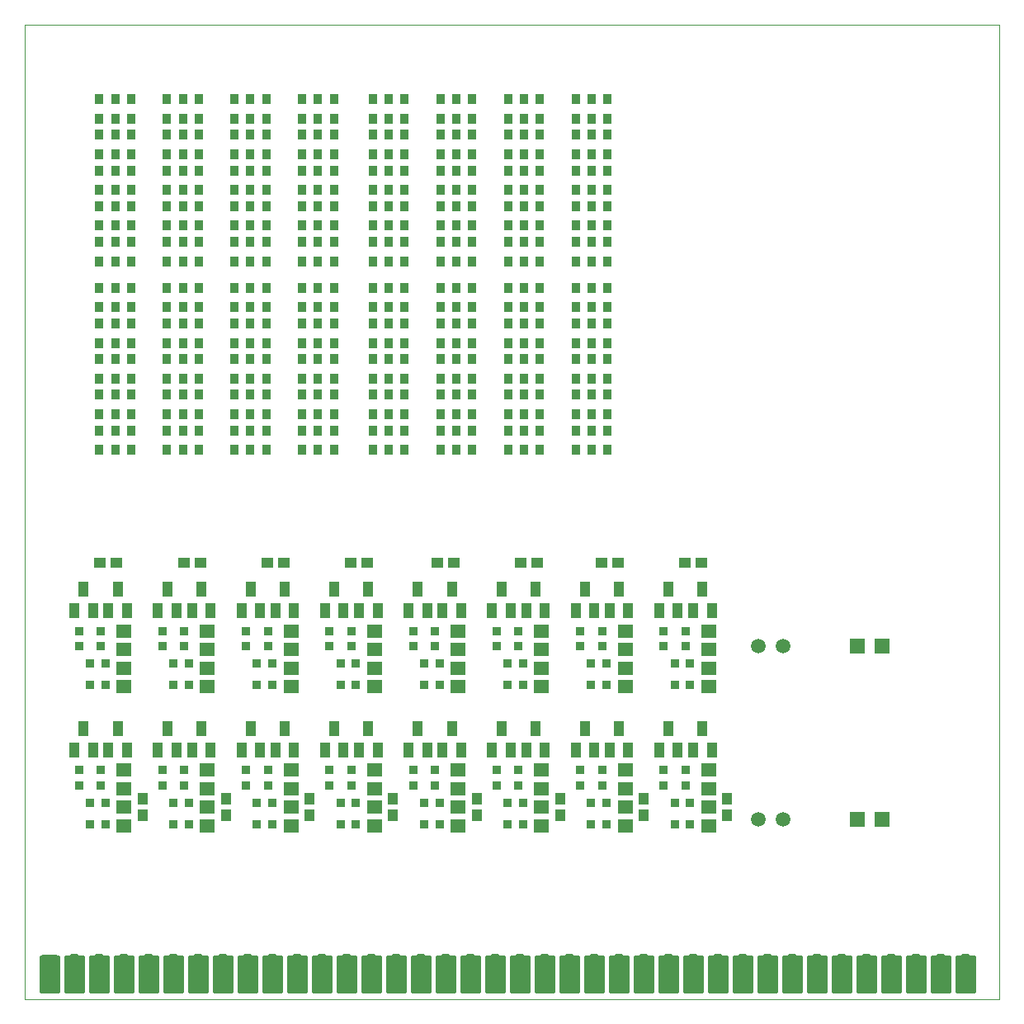
<source format=gts>
G75*
%MOIN*%
%OFA0B0*%
%FSLAX25Y25*%
%IPPOS*%
%LPD*%
%AMOC8*
5,1,8,0,0,1.08239X$1,22.5*
%
%ADD10C,0.00394*%
%ADD11R,0.03550X0.04337*%
%ADD12R,0.04337X0.05912*%
%ADD13R,0.03550X0.03550*%
%ADD14R,0.06306X0.05518*%
%ADD15C,0.05943*%
%ADD16R,0.05943X0.05943*%
%ADD17R,0.04731X0.04337*%
%ADD18R,0.04337X0.04731*%
%ADD19R,0.06337X0.06337*%
%ADD20OC8,0.06337*%
%ADD21C,0.01680*%
D10*
X0003350Y0001500D02*
X0397051Y0001500D01*
X0397051Y0395201D01*
X0003350Y0395201D01*
X0003350Y0001500D01*
D11*
X0033450Y0223363D03*
X0039850Y0223363D03*
X0046250Y0223363D03*
X0046250Y0231237D03*
X0039850Y0231237D03*
X0033450Y0231237D03*
X0033450Y0237763D03*
X0039850Y0237763D03*
X0046250Y0237763D03*
X0046250Y0245637D03*
X0039850Y0245637D03*
X0033450Y0245637D03*
X0033450Y0252163D03*
X0039850Y0252163D03*
X0046250Y0252163D03*
X0046250Y0260037D03*
X0039850Y0260037D03*
X0033450Y0260037D03*
X0033450Y0266563D03*
X0039850Y0266563D03*
X0046250Y0266563D03*
X0046250Y0274437D03*
X0039850Y0274437D03*
X0033450Y0274437D03*
X0033450Y0280963D03*
X0039850Y0280963D03*
X0046250Y0280963D03*
X0046250Y0288837D03*
X0039850Y0288837D03*
X0033450Y0288837D03*
X0033450Y0299563D03*
X0039850Y0299563D03*
X0046250Y0299563D03*
X0046250Y0307437D03*
X0039850Y0307437D03*
X0033450Y0307437D03*
X0033450Y0313963D03*
X0039850Y0313963D03*
X0046250Y0313963D03*
X0046250Y0321837D03*
X0039850Y0321837D03*
X0033450Y0321837D03*
X0033450Y0328363D03*
X0039850Y0328363D03*
X0046250Y0328363D03*
X0046250Y0336237D03*
X0039850Y0336237D03*
X0033450Y0336237D03*
X0033450Y0342763D03*
X0039850Y0342763D03*
X0046250Y0342763D03*
X0046250Y0350637D03*
X0039850Y0350637D03*
X0033450Y0350637D03*
X0033450Y0357163D03*
X0039850Y0357163D03*
X0046250Y0357163D03*
X0046250Y0365037D03*
X0039850Y0365037D03*
X0033450Y0365037D03*
X0060750Y0365037D03*
X0067150Y0365037D03*
X0073550Y0365037D03*
X0073550Y0357163D03*
X0067150Y0357163D03*
X0060750Y0357163D03*
X0060750Y0350637D03*
X0067150Y0350637D03*
X0073550Y0350637D03*
X0073550Y0342763D03*
X0067150Y0342763D03*
X0060750Y0342763D03*
X0060750Y0336237D03*
X0067150Y0336237D03*
X0073550Y0336237D03*
X0073550Y0328363D03*
X0073550Y0321837D03*
X0067150Y0321837D03*
X0060750Y0321837D03*
X0060750Y0328363D03*
X0067150Y0328363D03*
X0067150Y0313963D03*
X0060750Y0313963D03*
X0060750Y0307437D03*
X0067150Y0307437D03*
X0073550Y0307437D03*
X0073550Y0313963D03*
X0073550Y0299563D03*
X0067150Y0299563D03*
X0060750Y0299563D03*
X0060750Y0288837D03*
X0067150Y0288837D03*
X0073550Y0288837D03*
X0073550Y0280963D03*
X0073550Y0274437D03*
X0067150Y0274437D03*
X0060750Y0274437D03*
X0060750Y0280963D03*
X0067150Y0280963D03*
X0067150Y0266563D03*
X0060750Y0266563D03*
X0060750Y0260037D03*
X0067150Y0260037D03*
X0073550Y0260037D03*
X0073550Y0266563D03*
X0073550Y0252163D03*
X0067150Y0252163D03*
X0060750Y0252163D03*
X0060750Y0245637D03*
X0067150Y0245637D03*
X0073550Y0245637D03*
X0073550Y0237763D03*
X0073550Y0231237D03*
X0067150Y0231237D03*
X0060750Y0231237D03*
X0060750Y0237763D03*
X0067150Y0237763D03*
X0067150Y0223363D03*
X0060750Y0223363D03*
X0073550Y0223363D03*
X0088050Y0223363D03*
X0094450Y0223363D03*
X0100850Y0223363D03*
X0100850Y0231237D03*
X0100850Y0237763D03*
X0094450Y0237763D03*
X0088050Y0237763D03*
X0088050Y0231237D03*
X0094450Y0231237D03*
X0094450Y0245637D03*
X0088050Y0245637D03*
X0088050Y0252163D03*
X0094450Y0252163D03*
X0100850Y0252163D03*
X0100850Y0245637D03*
X0115350Y0245637D03*
X0121750Y0245637D03*
X0128150Y0245637D03*
X0128150Y0252163D03*
X0121750Y0252163D03*
X0115350Y0252163D03*
X0115350Y0260037D03*
X0121750Y0260037D03*
X0128150Y0260037D03*
X0128150Y0266563D03*
X0121750Y0266563D03*
X0115350Y0266563D03*
X0115350Y0274437D03*
X0115350Y0280963D03*
X0121750Y0280963D03*
X0121750Y0274437D03*
X0128150Y0274437D03*
X0128150Y0280963D03*
X0128150Y0288837D03*
X0121750Y0288837D03*
X0115350Y0288837D03*
X0115350Y0299563D03*
X0121750Y0299563D03*
X0128150Y0299563D03*
X0128150Y0307437D03*
X0121750Y0307437D03*
X0115350Y0307437D03*
X0115350Y0313963D03*
X0121750Y0313963D03*
X0128150Y0313963D03*
X0128150Y0321837D03*
X0128150Y0328363D03*
X0121750Y0328363D03*
X0121750Y0321837D03*
X0115350Y0321837D03*
X0115350Y0328363D03*
X0115350Y0336237D03*
X0121750Y0336237D03*
X0128150Y0336237D03*
X0128150Y0342763D03*
X0121750Y0342763D03*
X0115350Y0342763D03*
X0115350Y0350637D03*
X0121750Y0350637D03*
X0128150Y0350637D03*
X0128150Y0357163D03*
X0121750Y0357163D03*
X0115350Y0357163D03*
X0115350Y0365037D03*
X0121750Y0365037D03*
X0128150Y0365037D03*
X0143900Y0365037D03*
X0150300Y0365037D03*
X0156700Y0365037D03*
X0156700Y0357163D03*
X0150300Y0357163D03*
X0143900Y0357163D03*
X0143900Y0350637D03*
X0150300Y0350637D03*
X0156700Y0350637D03*
X0156700Y0342763D03*
X0150300Y0342763D03*
X0143900Y0342763D03*
X0143900Y0336237D03*
X0150300Y0336237D03*
X0156700Y0336237D03*
X0156700Y0328363D03*
X0156700Y0321837D03*
X0150300Y0321837D03*
X0143900Y0321837D03*
X0143900Y0328363D03*
X0150300Y0328363D03*
X0150300Y0313963D03*
X0143900Y0313963D03*
X0143900Y0307437D03*
X0150300Y0307437D03*
X0156700Y0307437D03*
X0156700Y0313963D03*
X0171200Y0313963D03*
X0177600Y0313963D03*
X0184000Y0313963D03*
X0184000Y0307437D03*
X0177600Y0307437D03*
X0171200Y0307437D03*
X0171200Y0299563D03*
X0177600Y0299563D03*
X0184000Y0299563D03*
X0184000Y0288837D03*
X0177600Y0288837D03*
X0171200Y0288837D03*
X0171200Y0280963D03*
X0171200Y0274437D03*
X0177600Y0274437D03*
X0177600Y0280963D03*
X0184000Y0280963D03*
X0184000Y0274437D03*
X0184000Y0266563D03*
X0177600Y0266563D03*
X0171200Y0266563D03*
X0171200Y0260037D03*
X0177600Y0260037D03*
X0184000Y0260037D03*
X0184000Y0252163D03*
X0177600Y0252163D03*
X0171200Y0252163D03*
X0171200Y0245637D03*
X0177600Y0245637D03*
X0184000Y0245637D03*
X0184000Y0237763D03*
X0184000Y0231237D03*
X0177600Y0231237D03*
X0177600Y0237763D03*
X0171200Y0237763D03*
X0171200Y0231237D03*
X0171200Y0223363D03*
X0177600Y0223363D03*
X0184000Y0223363D03*
X0198500Y0223363D03*
X0204900Y0223363D03*
X0211300Y0223363D03*
X0211300Y0231237D03*
X0211300Y0237763D03*
X0204900Y0237763D03*
X0204900Y0231237D03*
X0198500Y0231237D03*
X0198500Y0237763D03*
X0198500Y0245637D03*
X0204900Y0245637D03*
X0211300Y0245637D03*
X0211300Y0252163D03*
X0204900Y0252163D03*
X0198500Y0252163D03*
X0198500Y0260037D03*
X0204900Y0260037D03*
X0211300Y0260037D03*
X0211300Y0266563D03*
X0204900Y0266563D03*
X0198500Y0266563D03*
X0198500Y0274437D03*
X0198500Y0280963D03*
X0204900Y0280963D03*
X0204900Y0274437D03*
X0211300Y0274437D03*
X0211300Y0280963D03*
X0211300Y0288837D03*
X0204900Y0288837D03*
X0198500Y0288837D03*
X0198500Y0299563D03*
X0204900Y0299563D03*
X0211300Y0299563D03*
X0211300Y0307437D03*
X0204900Y0307437D03*
X0198500Y0307437D03*
X0198500Y0313963D03*
X0204900Y0313963D03*
X0211300Y0313963D03*
X0211300Y0321837D03*
X0211300Y0328363D03*
X0204900Y0328363D03*
X0204900Y0321837D03*
X0198500Y0321837D03*
X0198500Y0328363D03*
X0198500Y0336237D03*
X0204900Y0336237D03*
X0211300Y0336237D03*
X0211300Y0342763D03*
X0204900Y0342763D03*
X0198500Y0342763D03*
X0198500Y0350637D03*
X0204900Y0350637D03*
X0211300Y0350637D03*
X0211300Y0357163D03*
X0204900Y0357163D03*
X0198500Y0357163D03*
X0198500Y0365037D03*
X0204900Y0365037D03*
X0211300Y0365037D03*
X0225800Y0365037D03*
X0232200Y0365037D03*
X0238600Y0365037D03*
X0238600Y0357163D03*
X0232200Y0357163D03*
X0225800Y0357163D03*
X0225800Y0350637D03*
X0232200Y0350637D03*
X0238600Y0350637D03*
X0238600Y0342763D03*
X0232200Y0342763D03*
X0225800Y0342763D03*
X0225800Y0336237D03*
X0232200Y0336237D03*
X0238600Y0336237D03*
X0238600Y0328363D03*
X0232200Y0328363D03*
X0232200Y0321837D03*
X0238600Y0321837D03*
X0238600Y0313963D03*
X0232200Y0313963D03*
X0225800Y0313963D03*
X0225800Y0307437D03*
X0232200Y0307437D03*
X0238600Y0307437D03*
X0238600Y0299563D03*
X0232200Y0299563D03*
X0225800Y0299563D03*
X0225800Y0288837D03*
X0232200Y0288837D03*
X0238600Y0288837D03*
X0238600Y0280963D03*
X0232200Y0280963D03*
X0232200Y0274437D03*
X0238600Y0274437D03*
X0238600Y0266563D03*
X0232200Y0266563D03*
X0225800Y0266563D03*
X0225800Y0260037D03*
X0232200Y0260037D03*
X0238600Y0260037D03*
X0238600Y0252163D03*
X0232200Y0252163D03*
X0225800Y0252163D03*
X0225800Y0245637D03*
X0232200Y0245637D03*
X0238600Y0245637D03*
X0238600Y0237763D03*
X0232200Y0237763D03*
X0232200Y0231237D03*
X0238600Y0231237D03*
X0238600Y0223363D03*
X0232200Y0223363D03*
X0225800Y0223363D03*
X0225800Y0231237D03*
X0225800Y0237763D03*
X0225800Y0274437D03*
X0225800Y0280963D03*
X0225800Y0321837D03*
X0225800Y0328363D03*
X0184000Y0328363D03*
X0184000Y0321837D03*
X0177600Y0321837D03*
X0177600Y0328363D03*
X0171200Y0328363D03*
X0171200Y0321837D03*
X0171200Y0336237D03*
X0177600Y0336237D03*
X0184000Y0336237D03*
X0184000Y0342763D03*
X0177600Y0342763D03*
X0171200Y0342763D03*
X0171200Y0350637D03*
X0177600Y0350637D03*
X0184000Y0350637D03*
X0184000Y0357163D03*
X0177600Y0357163D03*
X0171200Y0357163D03*
X0171200Y0365037D03*
X0177600Y0365037D03*
X0184000Y0365037D03*
X0156700Y0299563D03*
X0150300Y0299563D03*
X0143900Y0299563D03*
X0143900Y0288837D03*
X0150300Y0288837D03*
X0156700Y0288837D03*
X0156700Y0280963D03*
X0156700Y0274437D03*
X0150300Y0274437D03*
X0143900Y0274437D03*
X0143900Y0280963D03*
X0150300Y0280963D03*
X0150300Y0266563D03*
X0143900Y0266563D03*
X0143900Y0260037D03*
X0150300Y0260037D03*
X0156700Y0260037D03*
X0156700Y0266563D03*
X0156700Y0252163D03*
X0150300Y0252163D03*
X0143900Y0252163D03*
X0143900Y0245637D03*
X0150300Y0245637D03*
X0156700Y0245637D03*
X0156700Y0237763D03*
X0156700Y0231237D03*
X0150300Y0231237D03*
X0143900Y0231237D03*
X0143900Y0237763D03*
X0150300Y0237763D03*
X0150300Y0223363D03*
X0143900Y0223363D03*
X0156700Y0223363D03*
X0128150Y0223363D03*
X0121750Y0223363D03*
X0115350Y0223363D03*
X0115350Y0231237D03*
X0115350Y0237763D03*
X0121750Y0237763D03*
X0121750Y0231237D03*
X0128150Y0231237D03*
X0128150Y0237763D03*
X0100850Y0260037D03*
X0094450Y0260037D03*
X0088050Y0260037D03*
X0088050Y0266563D03*
X0094450Y0266563D03*
X0100850Y0266563D03*
X0100850Y0274437D03*
X0100850Y0280963D03*
X0094450Y0280963D03*
X0088050Y0280963D03*
X0088050Y0274437D03*
X0094450Y0274437D03*
X0094450Y0288837D03*
X0088050Y0288837D03*
X0088050Y0299563D03*
X0094450Y0299563D03*
X0100850Y0299563D03*
X0100850Y0307437D03*
X0094450Y0307437D03*
X0088050Y0307437D03*
X0088050Y0313963D03*
X0094450Y0313963D03*
X0100850Y0313963D03*
X0100850Y0321837D03*
X0100850Y0328363D03*
X0094450Y0328363D03*
X0088050Y0328363D03*
X0088050Y0321837D03*
X0094450Y0321837D03*
X0094450Y0336237D03*
X0088050Y0336237D03*
X0088050Y0342763D03*
X0094450Y0342763D03*
X0100850Y0342763D03*
X0100850Y0336237D03*
X0100850Y0350637D03*
X0094450Y0350637D03*
X0088050Y0350637D03*
X0088050Y0357163D03*
X0094450Y0357163D03*
X0100850Y0357163D03*
X0100850Y0365037D03*
X0094450Y0365037D03*
X0088050Y0365037D03*
X0100850Y0288837D03*
D12*
X0094600Y0167081D03*
X0090860Y0158419D03*
X0098341Y0158419D03*
X0104610Y0158419D03*
X0112091Y0158419D03*
X0108350Y0167081D03*
X0124610Y0158419D03*
X0132091Y0158419D03*
X0138360Y0158419D03*
X0145841Y0158419D03*
X0142100Y0167081D03*
X0128350Y0167081D03*
X0158360Y0158419D03*
X0165841Y0158419D03*
X0172110Y0158419D03*
X0179591Y0158419D03*
X0175850Y0167081D03*
X0162100Y0167081D03*
X0192110Y0158419D03*
X0199591Y0158419D03*
X0205860Y0158419D03*
X0213341Y0158419D03*
X0209600Y0167081D03*
X0195850Y0167081D03*
X0225860Y0158419D03*
X0233341Y0158419D03*
X0239610Y0158419D03*
X0247091Y0158419D03*
X0243350Y0167081D03*
X0229600Y0167081D03*
X0259610Y0158419D03*
X0267091Y0158419D03*
X0273360Y0158419D03*
X0280841Y0158419D03*
X0277100Y0167081D03*
X0263350Y0167081D03*
X0263350Y0110831D03*
X0259610Y0102169D03*
X0267091Y0102169D03*
X0273360Y0102169D03*
X0280841Y0102169D03*
X0277100Y0110831D03*
X0247091Y0102169D03*
X0239610Y0102169D03*
X0233341Y0102169D03*
X0225860Y0102169D03*
X0229600Y0110831D03*
X0243350Y0110831D03*
X0213341Y0102169D03*
X0205860Y0102169D03*
X0199591Y0102169D03*
X0192110Y0102169D03*
X0195850Y0110831D03*
X0209600Y0110831D03*
X0179591Y0102169D03*
X0172110Y0102169D03*
X0165841Y0102169D03*
X0158360Y0102169D03*
X0162100Y0110831D03*
X0175850Y0110831D03*
X0145841Y0102169D03*
X0138360Y0102169D03*
X0132091Y0102169D03*
X0124610Y0102169D03*
X0128350Y0110831D03*
X0142100Y0110831D03*
X0112091Y0102169D03*
X0104610Y0102169D03*
X0098341Y0102169D03*
X0090860Y0102169D03*
X0094600Y0110831D03*
X0108350Y0110831D03*
X0078341Y0102169D03*
X0070860Y0102169D03*
X0064591Y0102169D03*
X0057110Y0102169D03*
X0060850Y0110831D03*
X0074600Y0110831D03*
X0044591Y0102169D03*
X0037110Y0102169D03*
X0030841Y0102169D03*
X0023360Y0102169D03*
X0027100Y0110831D03*
X0040850Y0110831D03*
X0037110Y0158419D03*
X0030841Y0158419D03*
X0023360Y0158419D03*
X0027100Y0167081D03*
X0040850Y0167081D03*
X0044591Y0158419D03*
X0057110Y0158419D03*
X0064591Y0158419D03*
X0070860Y0158419D03*
X0078341Y0158419D03*
X0074600Y0167081D03*
X0060850Y0167081D03*
D13*
X0058921Y0150250D03*
X0058921Y0144000D03*
X0063350Y0137179D03*
X0069600Y0137179D03*
X0067780Y0144000D03*
X0067780Y0150250D03*
X0069600Y0128321D03*
X0063350Y0128321D03*
X0035850Y0128321D03*
X0029600Y0128321D03*
X0029600Y0137179D03*
X0035850Y0137179D03*
X0034030Y0144000D03*
X0034030Y0150250D03*
X0025171Y0150250D03*
X0025171Y0144000D03*
X0025171Y0094000D03*
X0025171Y0087750D03*
X0029600Y0080929D03*
X0035850Y0080929D03*
X0034030Y0087750D03*
X0034030Y0094000D03*
X0035850Y0072071D03*
X0029600Y0072071D03*
X0058921Y0087750D03*
X0058921Y0094000D03*
X0067780Y0094000D03*
X0067780Y0087750D03*
X0069600Y0080929D03*
X0063350Y0080929D03*
X0063350Y0072071D03*
X0069600Y0072071D03*
X0092671Y0087750D03*
X0092671Y0094000D03*
X0101530Y0094000D03*
X0101530Y0087750D03*
X0103350Y0080929D03*
X0097100Y0080929D03*
X0097100Y0072071D03*
X0103350Y0072071D03*
X0126421Y0087750D03*
X0126421Y0094000D03*
X0135280Y0094000D03*
X0135280Y0087750D03*
X0137100Y0080929D03*
X0130850Y0080929D03*
X0130850Y0072071D03*
X0137100Y0072071D03*
X0160171Y0087750D03*
X0160171Y0094000D03*
X0169030Y0094000D03*
X0169030Y0087750D03*
X0170850Y0080929D03*
X0164600Y0080929D03*
X0164600Y0072071D03*
X0170850Y0072071D03*
X0193921Y0087750D03*
X0193921Y0094000D03*
X0202780Y0094000D03*
X0202780Y0087750D03*
X0204600Y0080929D03*
X0198350Y0080929D03*
X0198350Y0072071D03*
X0204600Y0072071D03*
X0227671Y0087750D03*
X0227671Y0094000D03*
X0236530Y0094000D03*
X0236530Y0087750D03*
X0238350Y0080929D03*
X0232100Y0080929D03*
X0232100Y0072071D03*
X0238350Y0072071D03*
X0261421Y0087750D03*
X0261421Y0094000D03*
X0270280Y0094000D03*
X0270280Y0087750D03*
X0272100Y0080929D03*
X0265850Y0080929D03*
X0265850Y0072071D03*
X0272100Y0072071D03*
X0272100Y0128321D03*
X0265850Y0128321D03*
X0265850Y0137179D03*
X0272100Y0137179D03*
X0270280Y0144000D03*
X0270280Y0150250D03*
X0261421Y0150250D03*
X0261421Y0144000D03*
X0238350Y0137179D03*
X0232100Y0137179D03*
X0227671Y0144000D03*
X0227671Y0150250D03*
X0236530Y0150250D03*
X0236530Y0144000D03*
X0238350Y0128321D03*
X0232100Y0128321D03*
X0204600Y0128321D03*
X0198350Y0128321D03*
X0198350Y0137179D03*
X0204600Y0137179D03*
X0202780Y0144000D03*
X0202780Y0150250D03*
X0193921Y0150250D03*
X0193921Y0144000D03*
X0170850Y0137179D03*
X0164600Y0137179D03*
X0160171Y0144000D03*
X0160171Y0150250D03*
X0169030Y0150250D03*
X0169030Y0144000D03*
X0170850Y0128321D03*
X0164600Y0128321D03*
X0137100Y0128321D03*
X0130850Y0128321D03*
X0130850Y0137179D03*
X0137100Y0137179D03*
X0135280Y0144000D03*
X0135280Y0150250D03*
X0126421Y0150250D03*
X0126421Y0144000D03*
X0103350Y0137179D03*
X0097100Y0137179D03*
X0092671Y0144000D03*
X0092671Y0150250D03*
X0101530Y0150250D03*
X0101530Y0144000D03*
X0103350Y0128321D03*
X0097100Y0128321D03*
D14*
X0110850Y0127760D03*
X0110850Y0135240D03*
X0110850Y0142760D03*
X0110850Y0150240D03*
X0077100Y0150240D03*
X0077100Y0142760D03*
X0077100Y0135240D03*
X0077100Y0127760D03*
X0043350Y0127760D03*
X0043350Y0135240D03*
X0043350Y0142760D03*
X0043350Y0150240D03*
X0043350Y0093990D03*
X0043350Y0086510D03*
X0043350Y0078990D03*
X0043350Y0071510D03*
X0077100Y0071510D03*
X0077100Y0078990D03*
X0077100Y0086510D03*
X0077100Y0093990D03*
X0110850Y0093990D03*
X0110850Y0086510D03*
X0110850Y0078990D03*
X0110850Y0071510D03*
X0144600Y0071510D03*
X0144600Y0078990D03*
X0144600Y0086510D03*
X0144600Y0093990D03*
X0178350Y0093990D03*
X0178350Y0086510D03*
X0178350Y0078990D03*
X0178350Y0071510D03*
X0212100Y0071510D03*
X0212100Y0078990D03*
X0212100Y0086510D03*
X0212100Y0093990D03*
X0245850Y0093990D03*
X0245850Y0086510D03*
X0245850Y0078990D03*
X0245850Y0071510D03*
X0279600Y0071510D03*
X0279600Y0078990D03*
X0279600Y0086510D03*
X0279600Y0093990D03*
X0279600Y0127760D03*
X0279600Y0135240D03*
X0279600Y0142760D03*
X0279600Y0150240D03*
X0245850Y0150240D03*
X0245850Y0142760D03*
X0245850Y0135240D03*
X0245850Y0127760D03*
X0212100Y0127760D03*
X0212100Y0135240D03*
X0212100Y0142760D03*
X0212100Y0150240D03*
X0178350Y0150240D03*
X0178350Y0142760D03*
X0178350Y0135240D03*
X0178350Y0127760D03*
X0144600Y0127760D03*
X0144600Y0135240D03*
X0144600Y0142760D03*
X0144600Y0150240D03*
D15*
X0299600Y0144000D03*
X0309600Y0144000D03*
X0309600Y0074000D03*
X0299600Y0074000D03*
D16*
X0339600Y0074000D03*
X0349600Y0074000D03*
X0349600Y0144000D03*
X0339600Y0144000D03*
D17*
X0276697Y0177750D03*
X0270004Y0177750D03*
X0242947Y0177750D03*
X0236254Y0177750D03*
X0210447Y0177750D03*
X0203754Y0177750D03*
X0176697Y0177750D03*
X0170004Y0177750D03*
X0141697Y0177750D03*
X0135004Y0177750D03*
X0107947Y0177750D03*
X0101254Y0177750D03*
X0074197Y0177750D03*
X0067504Y0177750D03*
X0040447Y0177750D03*
X0033754Y0177750D03*
D18*
X0050850Y0082346D03*
X0050850Y0075654D03*
X0084600Y0075654D03*
X0084600Y0082346D03*
X0118350Y0082346D03*
X0118350Y0075654D03*
X0152100Y0075654D03*
X0152100Y0082346D03*
X0185850Y0082346D03*
X0185850Y0075654D03*
X0219600Y0075654D03*
X0219600Y0082346D03*
X0253350Y0082346D03*
X0253350Y0075654D03*
X0287100Y0075654D03*
X0287100Y0082346D03*
D19*
X0013350Y0016500D03*
D20*
X0023350Y0016500D03*
X0033350Y0016500D03*
X0043350Y0016500D03*
X0053350Y0016500D03*
X0063350Y0016500D03*
X0073350Y0016500D03*
X0083350Y0016500D03*
X0093350Y0016500D03*
X0103350Y0016500D03*
X0113350Y0016500D03*
X0123350Y0016500D03*
X0133350Y0016500D03*
X0143350Y0016500D03*
X0153350Y0016500D03*
X0163350Y0016500D03*
X0173350Y0016500D03*
X0183350Y0016500D03*
X0193350Y0016500D03*
X0203350Y0016500D03*
X0213350Y0016500D03*
X0223350Y0016500D03*
X0233350Y0016500D03*
X0243350Y0016500D03*
X0253350Y0016500D03*
X0263350Y0016500D03*
X0273350Y0016500D03*
X0283350Y0016500D03*
X0293350Y0016500D03*
X0303350Y0016500D03*
X0313350Y0016500D03*
X0323350Y0016500D03*
X0333350Y0016500D03*
X0343350Y0016500D03*
X0353350Y0016500D03*
X0363350Y0016500D03*
X0373350Y0016500D03*
X0383350Y0016500D03*
D21*
X0386710Y0018360D02*
X0386710Y0004640D01*
X0379990Y0004640D01*
X0379990Y0018360D01*
X0386710Y0018360D01*
X0386710Y0006319D02*
X0379990Y0006319D01*
X0379990Y0007998D02*
X0386710Y0007998D01*
X0386710Y0009677D02*
X0379990Y0009677D01*
X0379990Y0011356D02*
X0386710Y0011356D01*
X0386710Y0013035D02*
X0379990Y0013035D01*
X0379990Y0014714D02*
X0386710Y0014714D01*
X0386710Y0016393D02*
X0379990Y0016393D01*
X0379990Y0018072D02*
X0386710Y0018072D01*
X0376710Y0018360D02*
X0376710Y0004640D01*
X0369990Y0004640D01*
X0369990Y0018360D01*
X0376710Y0018360D01*
X0376710Y0006319D02*
X0369990Y0006319D01*
X0369990Y0007998D02*
X0376710Y0007998D01*
X0376710Y0009677D02*
X0369990Y0009677D01*
X0369990Y0011356D02*
X0376710Y0011356D01*
X0376710Y0013035D02*
X0369990Y0013035D01*
X0369990Y0014714D02*
X0376710Y0014714D01*
X0376710Y0016393D02*
X0369990Y0016393D01*
X0369990Y0018072D02*
X0376710Y0018072D01*
X0366710Y0018360D02*
X0366710Y0004640D01*
X0359990Y0004640D01*
X0359990Y0018360D01*
X0366710Y0018360D01*
X0366710Y0006319D02*
X0359990Y0006319D01*
X0359990Y0007998D02*
X0366710Y0007998D01*
X0366710Y0009677D02*
X0359990Y0009677D01*
X0359990Y0011356D02*
X0366710Y0011356D01*
X0366710Y0013035D02*
X0359990Y0013035D01*
X0359990Y0014714D02*
X0366710Y0014714D01*
X0366710Y0016393D02*
X0359990Y0016393D01*
X0359990Y0018072D02*
X0366710Y0018072D01*
X0356710Y0018360D02*
X0356710Y0004640D01*
X0349990Y0004640D01*
X0349990Y0018360D01*
X0356710Y0018360D01*
X0356710Y0006319D02*
X0349990Y0006319D01*
X0349990Y0007998D02*
X0356710Y0007998D01*
X0356710Y0009677D02*
X0349990Y0009677D01*
X0349990Y0011356D02*
X0356710Y0011356D01*
X0356710Y0013035D02*
X0349990Y0013035D01*
X0349990Y0014714D02*
X0356710Y0014714D01*
X0356710Y0016393D02*
X0349990Y0016393D01*
X0349990Y0018072D02*
X0356710Y0018072D01*
X0346710Y0018360D02*
X0346710Y0004640D01*
X0339990Y0004640D01*
X0339990Y0018360D01*
X0346710Y0018360D01*
X0346710Y0006319D02*
X0339990Y0006319D01*
X0339990Y0007998D02*
X0346710Y0007998D01*
X0346710Y0009677D02*
X0339990Y0009677D01*
X0339990Y0011356D02*
X0346710Y0011356D01*
X0346710Y0013035D02*
X0339990Y0013035D01*
X0339990Y0014714D02*
X0346710Y0014714D01*
X0346710Y0016393D02*
X0339990Y0016393D01*
X0339990Y0018072D02*
X0346710Y0018072D01*
X0336710Y0018360D02*
X0336710Y0004640D01*
X0329990Y0004640D01*
X0329990Y0018360D01*
X0336710Y0018360D01*
X0336710Y0006319D02*
X0329990Y0006319D01*
X0329990Y0007998D02*
X0336710Y0007998D01*
X0336710Y0009677D02*
X0329990Y0009677D01*
X0329990Y0011356D02*
X0336710Y0011356D01*
X0336710Y0013035D02*
X0329990Y0013035D01*
X0329990Y0014714D02*
X0336710Y0014714D01*
X0336710Y0016393D02*
X0329990Y0016393D01*
X0329990Y0018072D02*
X0336710Y0018072D01*
X0326710Y0018360D02*
X0326710Y0004640D01*
X0319990Y0004640D01*
X0319990Y0018360D01*
X0326710Y0018360D01*
X0326710Y0006319D02*
X0319990Y0006319D01*
X0319990Y0007998D02*
X0326710Y0007998D01*
X0326710Y0009677D02*
X0319990Y0009677D01*
X0319990Y0011356D02*
X0326710Y0011356D01*
X0326710Y0013035D02*
X0319990Y0013035D01*
X0319990Y0014714D02*
X0326710Y0014714D01*
X0326710Y0016393D02*
X0319990Y0016393D01*
X0319990Y0018072D02*
X0326710Y0018072D01*
X0316710Y0018360D02*
X0316710Y0004640D01*
X0309990Y0004640D01*
X0309990Y0018360D01*
X0316710Y0018360D01*
X0316710Y0006319D02*
X0309990Y0006319D01*
X0309990Y0007998D02*
X0316710Y0007998D01*
X0316710Y0009677D02*
X0309990Y0009677D01*
X0309990Y0011356D02*
X0316710Y0011356D01*
X0316710Y0013035D02*
X0309990Y0013035D01*
X0309990Y0014714D02*
X0316710Y0014714D01*
X0316710Y0016393D02*
X0309990Y0016393D01*
X0309990Y0018072D02*
X0316710Y0018072D01*
X0306710Y0018360D02*
X0306710Y0004640D01*
X0299990Y0004640D01*
X0299990Y0018360D01*
X0306710Y0018360D01*
X0306710Y0006319D02*
X0299990Y0006319D01*
X0299990Y0007998D02*
X0306710Y0007998D01*
X0306710Y0009677D02*
X0299990Y0009677D01*
X0299990Y0011356D02*
X0306710Y0011356D01*
X0306710Y0013035D02*
X0299990Y0013035D01*
X0299990Y0014714D02*
X0306710Y0014714D01*
X0306710Y0016393D02*
X0299990Y0016393D01*
X0299990Y0018072D02*
X0306710Y0018072D01*
X0296710Y0018360D02*
X0296710Y0004640D01*
X0289990Y0004640D01*
X0289990Y0018360D01*
X0296710Y0018360D01*
X0296710Y0006319D02*
X0289990Y0006319D01*
X0289990Y0007998D02*
X0296710Y0007998D01*
X0296710Y0009677D02*
X0289990Y0009677D01*
X0289990Y0011356D02*
X0296710Y0011356D01*
X0296710Y0013035D02*
X0289990Y0013035D01*
X0289990Y0014714D02*
X0296710Y0014714D01*
X0296710Y0016393D02*
X0289990Y0016393D01*
X0289990Y0018072D02*
X0296710Y0018072D01*
X0286710Y0018360D02*
X0286710Y0004640D01*
X0279990Y0004640D01*
X0279990Y0018360D01*
X0286710Y0018360D01*
X0286710Y0006319D02*
X0279990Y0006319D01*
X0279990Y0007998D02*
X0286710Y0007998D01*
X0286710Y0009677D02*
X0279990Y0009677D01*
X0279990Y0011356D02*
X0286710Y0011356D01*
X0286710Y0013035D02*
X0279990Y0013035D01*
X0279990Y0014714D02*
X0286710Y0014714D01*
X0286710Y0016393D02*
X0279990Y0016393D01*
X0279990Y0018072D02*
X0286710Y0018072D01*
X0276710Y0018360D02*
X0276710Y0004640D01*
X0269990Y0004640D01*
X0269990Y0018360D01*
X0276710Y0018360D01*
X0276710Y0006319D02*
X0269990Y0006319D01*
X0269990Y0007998D02*
X0276710Y0007998D01*
X0276710Y0009677D02*
X0269990Y0009677D01*
X0269990Y0011356D02*
X0276710Y0011356D01*
X0276710Y0013035D02*
X0269990Y0013035D01*
X0269990Y0014714D02*
X0276710Y0014714D01*
X0276710Y0016393D02*
X0269990Y0016393D01*
X0269990Y0018072D02*
X0276710Y0018072D01*
X0266710Y0018360D02*
X0266710Y0004640D01*
X0259990Y0004640D01*
X0259990Y0018360D01*
X0266710Y0018360D01*
X0266710Y0006319D02*
X0259990Y0006319D01*
X0259990Y0007998D02*
X0266710Y0007998D01*
X0266710Y0009677D02*
X0259990Y0009677D01*
X0259990Y0011356D02*
X0266710Y0011356D01*
X0266710Y0013035D02*
X0259990Y0013035D01*
X0259990Y0014714D02*
X0266710Y0014714D01*
X0266710Y0016393D02*
X0259990Y0016393D01*
X0259990Y0018072D02*
X0266710Y0018072D01*
X0256710Y0018360D02*
X0256710Y0004640D01*
X0249990Y0004640D01*
X0249990Y0018360D01*
X0256710Y0018360D01*
X0256710Y0006319D02*
X0249990Y0006319D01*
X0249990Y0007998D02*
X0256710Y0007998D01*
X0256710Y0009677D02*
X0249990Y0009677D01*
X0249990Y0011356D02*
X0256710Y0011356D01*
X0256710Y0013035D02*
X0249990Y0013035D01*
X0249990Y0014714D02*
X0256710Y0014714D01*
X0256710Y0016393D02*
X0249990Y0016393D01*
X0249990Y0018072D02*
X0256710Y0018072D01*
X0246710Y0018360D02*
X0246710Y0004640D01*
X0239990Y0004640D01*
X0239990Y0018360D01*
X0246710Y0018360D01*
X0246710Y0006319D02*
X0239990Y0006319D01*
X0239990Y0007998D02*
X0246710Y0007998D01*
X0246710Y0009677D02*
X0239990Y0009677D01*
X0239990Y0011356D02*
X0246710Y0011356D01*
X0246710Y0013035D02*
X0239990Y0013035D01*
X0239990Y0014714D02*
X0246710Y0014714D01*
X0246710Y0016393D02*
X0239990Y0016393D01*
X0239990Y0018072D02*
X0246710Y0018072D01*
X0236710Y0018360D02*
X0236710Y0004640D01*
X0229990Y0004640D01*
X0229990Y0018360D01*
X0236710Y0018360D01*
X0236710Y0006319D02*
X0229990Y0006319D01*
X0229990Y0007998D02*
X0236710Y0007998D01*
X0236710Y0009677D02*
X0229990Y0009677D01*
X0229990Y0011356D02*
X0236710Y0011356D01*
X0236710Y0013035D02*
X0229990Y0013035D01*
X0229990Y0014714D02*
X0236710Y0014714D01*
X0236710Y0016393D02*
X0229990Y0016393D01*
X0229990Y0018072D02*
X0236710Y0018072D01*
X0226710Y0018360D02*
X0226710Y0004640D01*
X0219990Y0004640D01*
X0219990Y0018360D01*
X0226710Y0018360D01*
X0226710Y0006319D02*
X0219990Y0006319D01*
X0219990Y0007998D02*
X0226710Y0007998D01*
X0226710Y0009677D02*
X0219990Y0009677D01*
X0219990Y0011356D02*
X0226710Y0011356D01*
X0226710Y0013035D02*
X0219990Y0013035D01*
X0219990Y0014714D02*
X0226710Y0014714D01*
X0226710Y0016393D02*
X0219990Y0016393D01*
X0219990Y0018072D02*
X0226710Y0018072D01*
X0216710Y0018360D02*
X0216710Y0004640D01*
X0209990Y0004640D01*
X0209990Y0018360D01*
X0216710Y0018360D01*
X0216710Y0006319D02*
X0209990Y0006319D01*
X0209990Y0007998D02*
X0216710Y0007998D01*
X0216710Y0009677D02*
X0209990Y0009677D01*
X0209990Y0011356D02*
X0216710Y0011356D01*
X0216710Y0013035D02*
X0209990Y0013035D01*
X0209990Y0014714D02*
X0216710Y0014714D01*
X0216710Y0016393D02*
X0209990Y0016393D01*
X0209990Y0018072D02*
X0216710Y0018072D01*
X0206710Y0018360D02*
X0206710Y0004640D01*
X0199990Y0004640D01*
X0199990Y0018360D01*
X0206710Y0018360D01*
X0206710Y0006319D02*
X0199990Y0006319D01*
X0199990Y0007998D02*
X0206710Y0007998D01*
X0206710Y0009677D02*
X0199990Y0009677D01*
X0199990Y0011356D02*
X0206710Y0011356D01*
X0206710Y0013035D02*
X0199990Y0013035D01*
X0199990Y0014714D02*
X0206710Y0014714D01*
X0206710Y0016393D02*
X0199990Y0016393D01*
X0199990Y0018072D02*
X0206710Y0018072D01*
X0196710Y0018360D02*
X0196710Y0004640D01*
X0189990Y0004640D01*
X0189990Y0018360D01*
X0196710Y0018360D01*
X0196710Y0006319D02*
X0189990Y0006319D01*
X0189990Y0007998D02*
X0196710Y0007998D01*
X0196710Y0009677D02*
X0189990Y0009677D01*
X0189990Y0011356D02*
X0196710Y0011356D01*
X0196710Y0013035D02*
X0189990Y0013035D01*
X0189990Y0014714D02*
X0196710Y0014714D01*
X0196710Y0016393D02*
X0189990Y0016393D01*
X0189990Y0018072D02*
X0196710Y0018072D01*
X0186710Y0018360D02*
X0186710Y0004640D01*
X0179990Y0004640D01*
X0179990Y0018360D01*
X0186710Y0018360D01*
X0186710Y0006319D02*
X0179990Y0006319D01*
X0179990Y0007998D02*
X0186710Y0007998D01*
X0186710Y0009677D02*
X0179990Y0009677D01*
X0179990Y0011356D02*
X0186710Y0011356D01*
X0186710Y0013035D02*
X0179990Y0013035D01*
X0179990Y0014714D02*
X0186710Y0014714D01*
X0186710Y0016393D02*
X0179990Y0016393D01*
X0179990Y0018072D02*
X0186710Y0018072D01*
X0176710Y0018360D02*
X0176710Y0004640D01*
X0169990Y0004640D01*
X0169990Y0018360D01*
X0176710Y0018360D01*
X0176710Y0006319D02*
X0169990Y0006319D01*
X0169990Y0007998D02*
X0176710Y0007998D01*
X0176710Y0009677D02*
X0169990Y0009677D01*
X0169990Y0011356D02*
X0176710Y0011356D01*
X0176710Y0013035D02*
X0169990Y0013035D01*
X0169990Y0014714D02*
X0176710Y0014714D01*
X0176710Y0016393D02*
X0169990Y0016393D01*
X0169990Y0018072D02*
X0176710Y0018072D01*
X0166710Y0018360D02*
X0166710Y0004640D01*
X0159990Y0004640D01*
X0159990Y0018360D01*
X0166710Y0018360D01*
X0166710Y0006319D02*
X0159990Y0006319D01*
X0159990Y0007998D02*
X0166710Y0007998D01*
X0166710Y0009677D02*
X0159990Y0009677D01*
X0159990Y0011356D02*
X0166710Y0011356D01*
X0166710Y0013035D02*
X0159990Y0013035D01*
X0159990Y0014714D02*
X0166710Y0014714D01*
X0166710Y0016393D02*
X0159990Y0016393D01*
X0159990Y0018072D02*
X0166710Y0018072D01*
X0156710Y0018360D02*
X0156710Y0004640D01*
X0149990Y0004640D01*
X0149990Y0018360D01*
X0156710Y0018360D01*
X0156710Y0006319D02*
X0149990Y0006319D01*
X0149990Y0007998D02*
X0156710Y0007998D01*
X0156710Y0009677D02*
X0149990Y0009677D01*
X0149990Y0011356D02*
X0156710Y0011356D01*
X0156710Y0013035D02*
X0149990Y0013035D01*
X0149990Y0014714D02*
X0156710Y0014714D01*
X0156710Y0016393D02*
X0149990Y0016393D01*
X0149990Y0018072D02*
X0156710Y0018072D01*
X0146710Y0018360D02*
X0146710Y0004640D01*
X0139990Y0004640D01*
X0139990Y0018360D01*
X0146710Y0018360D01*
X0146710Y0006319D02*
X0139990Y0006319D01*
X0139990Y0007998D02*
X0146710Y0007998D01*
X0146710Y0009677D02*
X0139990Y0009677D01*
X0139990Y0011356D02*
X0146710Y0011356D01*
X0146710Y0013035D02*
X0139990Y0013035D01*
X0139990Y0014714D02*
X0146710Y0014714D01*
X0146710Y0016393D02*
X0139990Y0016393D01*
X0139990Y0018072D02*
X0146710Y0018072D01*
X0136710Y0018360D02*
X0136710Y0004640D01*
X0129990Y0004640D01*
X0129990Y0018360D01*
X0136710Y0018360D01*
X0136710Y0006319D02*
X0129990Y0006319D01*
X0129990Y0007998D02*
X0136710Y0007998D01*
X0136710Y0009677D02*
X0129990Y0009677D01*
X0129990Y0011356D02*
X0136710Y0011356D01*
X0136710Y0013035D02*
X0129990Y0013035D01*
X0129990Y0014714D02*
X0136710Y0014714D01*
X0136710Y0016393D02*
X0129990Y0016393D01*
X0129990Y0018072D02*
X0136710Y0018072D01*
X0126710Y0018360D02*
X0126710Y0004640D01*
X0119990Y0004640D01*
X0119990Y0018360D01*
X0126710Y0018360D01*
X0126710Y0006319D02*
X0119990Y0006319D01*
X0119990Y0007998D02*
X0126710Y0007998D01*
X0126710Y0009677D02*
X0119990Y0009677D01*
X0119990Y0011356D02*
X0126710Y0011356D01*
X0126710Y0013035D02*
X0119990Y0013035D01*
X0119990Y0014714D02*
X0126710Y0014714D01*
X0126710Y0016393D02*
X0119990Y0016393D01*
X0119990Y0018072D02*
X0126710Y0018072D01*
X0116710Y0018360D02*
X0116710Y0004640D01*
X0109990Y0004640D01*
X0109990Y0018360D01*
X0116710Y0018360D01*
X0116710Y0006319D02*
X0109990Y0006319D01*
X0109990Y0007998D02*
X0116710Y0007998D01*
X0116710Y0009677D02*
X0109990Y0009677D01*
X0109990Y0011356D02*
X0116710Y0011356D01*
X0116710Y0013035D02*
X0109990Y0013035D01*
X0109990Y0014714D02*
X0116710Y0014714D01*
X0116710Y0016393D02*
X0109990Y0016393D01*
X0109990Y0018072D02*
X0116710Y0018072D01*
X0106710Y0018360D02*
X0106710Y0004640D01*
X0099990Y0004640D01*
X0099990Y0018360D01*
X0106710Y0018360D01*
X0106710Y0006319D02*
X0099990Y0006319D01*
X0099990Y0007998D02*
X0106710Y0007998D01*
X0106710Y0009677D02*
X0099990Y0009677D01*
X0099990Y0011356D02*
X0106710Y0011356D01*
X0106710Y0013035D02*
X0099990Y0013035D01*
X0099990Y0014714D02*
X0106710Y0014714D01*
X0106710Y0016393D02*
X0099990Y0016393D01*
X0099990Y0018072D02*
X0106710Y0018072D01*
X0096710Y0018360D02*
X0096710Y0004640D01*
X0089990Y0004640D01*
X0089990Y0018360D01*
X0096710Y0018360D01*
X0096710Y0006319D02*
X0089990Y0006319D01*
X0089990Y0007998D02*
X0096710Y0007998D01*
X0096710Y0009677D02*
X0089990Y0009677D01*
X0089990Y0011356D02*
X0096710Y0011356D01*
X0096710Y0013035D02*
X0089990Y0013035D01*
X0089990Y0014714D02*
X0096710Y0014714D01*
X0096710Y0016393D02*
X0089990Y0016393D01*
X0089990Y0018072D02*
X0096710Y0018072D01*
X0086710Y0018360D02*
X0086710Y0004640D01*
X0079990Y0004640D01*
X0079990Y0018360D01*
X0086710Y0018360D01*
X0086710Y0006319D02*
X0079990Y0006319D01*
X0079990Y0007998D02*
X0086710Y0007998D01*
X0086710Y0009677D02*
X0079990Y0009677D01*
X0079990Y0011356D02*
X0086710Y0011356D01*
X0086710Y0013035D02*
X0079990Y0013035D01*
X0079990Y0014714D02*
X0086710Y0014714D01*
X0086710Y0016393D02*
X0079990Y0016393D01*
X0079990Y0018072D02*
X0086710Y0018072D01*
X0076710Y0018360D02*
X0076710Y0004640D01*
X0069990Y0004640D01*
X0069990Y0018360D01*
X0076710Y0018360D01*
X0076710Y0006319D02*
X0069990Y0006319D01*
X0069990Y0007998D02*
X0076710Y0007998D01*
X0076710Y0009677D02*
X0069990Y0009677D01*
X0069990Y0011356D02*
X0076710Y0011356D01*
X0076710Y0013035D02*
X0069990Y0013035D01*
X0069990Y0014714D02*
X0076710Y0014714D01*
X0076710Y0016393D02*
X0069990Y0016393D01*
X0069990Y0018072D02*
X0076710Y0018072D01*
X0066710Y0018360D02*
X0066710Y0004640D01*
X0059990Y0004640D01*
X0059990Y0018360D01*
X0066710Y0018360D01*
X0066710Y0006319D02*
X0059990Y0006319D01*
X0059990Y0007998D02*
X0066710Y0007998D01*
X0066710Y0009677D02*
X0059990Y0009677D01*
X0059990Y0011356D02*
X0066710Y0011356D01*
X0066710Y0013035D02*
X0059990Y0013035D01*
X0059990Y0014714D02*
X0066710Y0014714D01*
X0066710Y0016393D02*
X0059990Y0016393D01*
X0059990Y0018072D02*
X0066710Y0018072D01*
X0056710Y0018360D02*
X0056710Y0004640D01*
X0049990Y0004640D01*
X0049990Y0018360D01*
X0056710Y0018360D01*
X0056710Y0006319D02*
X0049990Y0006319D01*
X0049990Y0007998D02*
X0056710Y0007998D01*
X0056710Y0009677D02*
X0049990Y0009677D01*
X0049990Y0011356D02*
X0056710Y0011356D01*
X0056710Y0013035D02*
X0049990Y0013035D01*
X0049990Y0014714D02*
X0056710Y0014714D01*
X0056710Y0016393D02*
X0049990Y0016393D01*
X0049990Y0018072D02*
X0056710Y0018072D01*
X0046710Y0018360D02*
X0046710Y0004640D01*
X0039990Y0004640D01*
X0039990Y0018360D01*
X0046710Y0018360D01*
X0046710Y0006319D02*
X0039990Y0006319D01*
X0039990Y0007998D02*
X0046710Y0007998D01*
X0046710Y0009677D02*
X0039990Y0009677D01*
X0039990Y0011356D02*
X0046710Y0011356D01*
X0046710Y0013035D02*
X0039990Y0013035D01*
X0039990Y0014714D02*
X0046710Y0014714D01*
X0046710Y0016393D02*
X0039990Y0016393D01*
X0039990Y0018072D02*
X0046710Y0018072D01*
X0036710Y0018360D02*
X0036710Y0004640D01*
X0029990Y0004640D01*
X0029990Y0018360D01*
X0036710Y0018360D01*
X0036710Y0006319D02*
X0029990Y0006319D01*
X0029990Y0007998D02*
X0036710Y0007998D01*
X0036710Y0009677D02*
X0029990Y0009677D01*
X0029990Y0011356D02*
X0036710Y0011356D01*
X0036710Y0013035D02*
X0029990Y0013035D01*
X0029990Y0014714D02*
X0036710Y0014714D01*
X0036710Y0016393D02*
X0029990Y0016393D01*
X0029990Y0018072D02*
X0036710Y0018072D01*
X0026710Y0018360D02*
X0026710Y0004640D01*
X0019990Y0004640D01*
X0019990Y0018360D01*
X0026710Y0018360D01*
X0026710Y0006319D02*
X0019990Y0006319D01*
X0019990Y0007998D02*
X0026710Y0007998D01*
X0026710Y0009677D02*
X0019990Y0009677D01*
X0019990Y0011356D02*
X0026710Y0011356D01*
X0026710Y0013035D02*
X0019990Y0013035D01*
X0019990Y0014714D02*
X0026710Y0014714D01*
X0026710Y0016393D02*
X0019990Y0016393D01*
X0019990Y0018072D02*
X0026710Y0018072D01*
X0016710Y0018360D02*
X0016710Y0004640D01*
X0009990Y0004640D01*
X0009990Y0018360D01*
X0016710Y0018360D01*
X0016710Y0006319D02*
X0009990Y0006319D01*
X0009990Y0007998D02*
X0016710Y0007998D01*
X0016710Y0009677D02*
X0009990Y0009677D01*
X0009990Y0011356D02*
X0016710Y0011356D01*
X0016710Y0013035D02*
X0009990Y0013035D01*
X0009990Y0014714D02*
X0016710Y0014714D01*
X0016710Y0016393D02*
X0009990Y0016393D01*
X0009990Y0018072D02*
X0016710Y0018072D01*
M02*

</source>
